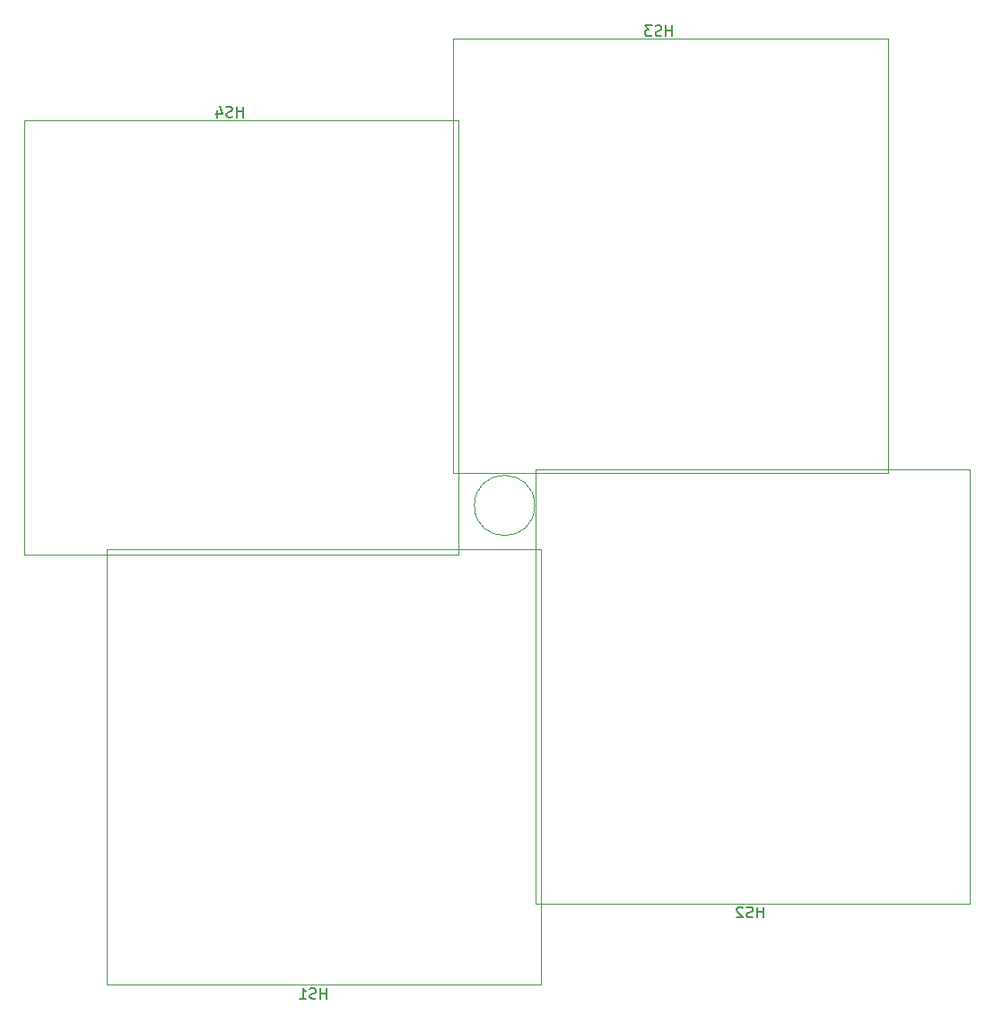
<source format=gbr>
%TF.GenerationSoftware,KiCad,Pcbnew,(5.1.6)-1*%
%TF.CreationDate,2020-09-14T21:14:26-07:00*%
%TF.ProjectId,Four Channel MHz LED Driver,466f7572-2043-4686-916e-6e656c204d48,rev?*%
%TF.SameCoordinates,Original*%
%TF.FileFunction,Legend,Bot*%
%TF.FilePolarity,Positive*%
%FSLAX46Y46*%
G04 Gerber Fmt 4.6, Leading zero omitted, Abs format (unit mm)*
G04 Created by KiCad (PCBNEW (5.1.6)-1) date 2020-09-14 21:14:26*
%MOMM*%
%LPD*%
G01*
G04 APERTURE LIST*
%ADD10C,0.120000*%
%ADD11C,0.150000*%
G04 APERTURE END LIST*
D10*
X95820001Y-72160000D02*
G75*
G03*
X95820001Y-72160000I-2844820J0D01*
G01*
%TO.C,HS4*%
X88650000Y-76780000D02*
X88650000Y-35780000D01*
X47650000Y-76780000D02*
X88650000Y-76780000D01*
X47650000Y-35780000D02*
X47650000Y-76780000D01*
X88650000Y-35780000D02*
X47650000Y-35780000D01*
%TO.C,HS2*%
X136880000Y-109720000D02*
X136880000Y-68720000D01*
X95880000Y-109720000D02*
X136880000Y-109720000D01*
X95880000Y-68720000D02*
X95880000Y-109720000D01*
X136880000Y-68720000D02*
X95880000Y-68720000D01*
%TO.C,HS3*%
X129140000Y-69120000D02*
X129140000Y-28120000D01*
X88140000Y-69120000D02*
X129140000Y-69120000D01*
X88140000Y-28120000D02*
X88140000Y-69120000D01*
X129140000Y-28120000D02*
X88140000Y-28120000D01*
%TO.C,HS1*%
X96420000Y-117310000D02*
X96420000Y-76310000D01*
X55420000Y-117310000D02*
X96420000Y-117310000D01*
X55420000Y-76310000D02*
X55420000Y-117310000D01*
X96420000Y-76310000D02*
X55420000Y-76310000D01*
%TO.C,HS4*%
D11*
X68288095Y-35532380D02*
X68288095Y-34532380D01*
X68288095Y-35008571D02*
X67716666Y-35008571D01*
X67716666Y-35532380D02*
X67716666Y-34532380D01*
X67288095Y-35484761D02*
X67145238Y-35532380D01*
X66907142Y-35532380D01*
X66811904Y-35484761D01*
X66764285Y-35437142D01*
X66716666Y-35341904D01*
X66716666Y-35246666D01*
X66764285Y-35151428D01*
X66811904Y-35103809D01*
X66907142Y-35056190D01*
X67097619Y-35008571D01*
X67192857Y-34960952D01*
X67240476Y-34913333D01*
X67288095Y-34818095D01*
X67288095Y-34722857D01*
X67240476Y-34627619D01*
X67192857Y-34580000D01*
X67097619Y-34532380D01*
X66859523Y-34532380D01*
X66716666Y-34580000D01*
X65859523Y-34865714D02*
X65859523Y-35532380D01*
X66097619Y-34484761D02*
X66335714Y-35199047D01*
X65716666Y-35199047D01*
%TO.C,HS2*%
X117398095Y-111032380D02*
X117398095Y-110032380D01*
X117398095Y-110508571D02*
X116826666Y-110508571D01*
X116826666Y-111032380D02*
X116826666Y-110032380D01*
X116398095Y-110984761D02*
X116255238Y-111032380D01*
X116017142Y-111032380D01*
X115921904Y-110984761D01*
X115874285Y-110937142D01*
X115826666Y-110841904D01*
X115826666Y-110746666D01*
X115874285Y-110651428D01*
X115921904Y-110603809D01*
X116017142Y-110556190D01*
X116207619Y-110508571D01*
X116302857Y-110460952D01*
X116350476Y-110413333D01*
X116398095Y-110318095D01*
X116398095Y-110222857D01*
X116350476Y-110127619D01*
X116302857Y-110080000D01*
X116207619Y-110032380D01*
X115969523Y-110032380D01*
X115826666Y-110080000D01*
X115445714Y-110127619D02*
X115398095Y-110080000D01*
X115302857Y-110032380D01*
X115064761Y-110032380D01*
X114969523Y-110080000D01*
X114921904Y-110127619D01*
X114874285Y-110222857D01*
X114874285Y-110318095D01*
X114921904Y-110460952D01*
X115493333Y-111032380D01*
X114874285Y-111032380D01*
%TO.C,HS3*%
X108778095Y-27872380D02*
X108778095Y-26872380D01*
X108778095Y-27348571D02*
X108206666Y-27348571D01*
X108206666Y-27872380D02*
X108206666Y-26872380D01*
X107778095Y-27824761D02*
X107635238Y-27872380D01*
X107397142Y-27872380D01*
X107301904Y-27824761D01*
X107254285Y-27777142D01*
X107206666Y-27681904D01*
X107206666Y-27586666D01*
X107254285Y-27491428D01*
X107301904Y-27443809D01*
X107397142Y-27396190D01*
X107587619Y-27348571D01*
X107682857Y-27300952D01*
X107730476Y-27253333D01*
X107778095Y-27158095D01*
X107778095Y-27062857D01*
X107730476Y-26967619D01*
X107682857Y-26920000D01*
X107587619Y-26872380D01*
X107349523Y-26872380D01*
X107206666Y-26920000D01*
X106873333Y-26872380D02*
X106254285Y-26872380D01*
X106587619Y-27253333D01*
X106444761Y-27253333D01*
X106349523Y-27300952D01*
X106301904Y-27348571D01*
X106254285Y-27443809D01*
X106254285Y-27681904D01*
X106301904Y-27777142D01*
X106349523Y-27824761D01*
X106444761Y-27872380D01*
X106730476Y-27872380D01*
X106825714Y-27824761D01*
X106873333Y-27777142D01*
%TO.C,HS1*%
X76178095Y-118702380D02*
X76178095Y-117702380D01*
X76178095Y-118178571D02*
X75606666Y-118178571D01*
X75606666Y-118702380D02*
X75606666Y-117702380D01*
X75178095Y-118654761D02*
X75035238Y-118702380D01*
X74797142Y-118702380D01*
X74701904Y-118654761D01*
X74654285Y-118607142D01*
X74606666Y-118511904D01*
X74606666Y-118416666D01*
X74654285Y-118321428D01*
X74701904Y-118273809D01*
X74797142Y-118226190D01*
X74987619Y-118178571D01*
X75082857Y-118130952D01*
X75130476Y-118083333D01*
X75178095Y-117988095D01*
X75178095Y-117892857D01*
X75130476Y-117797619D01*
X75082857Y-117750000D01*
X74987619Y-117702380D01*
X74749523Y-117702380D01*
X74606666Y-117750000D01*
X73654285Y-118702380D02*
X74225714Y-118702380D01*
X73940000Y-118702380D02*
X73940000Y-117702380D01*
X74035238Y-117845238D01*
X74130476Y-117940476D01*
X74225714Y-117988095D01*
%TD*%
M02*

</source>
